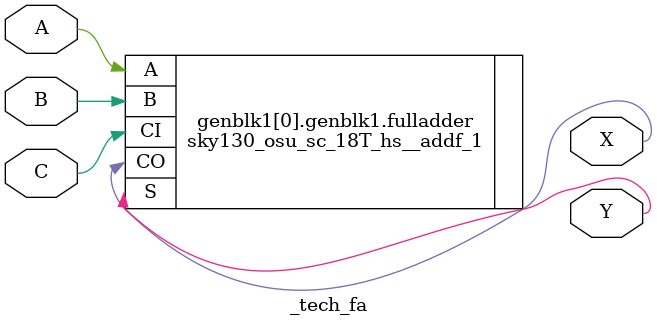
<source format=v>

(* techmap_celltype = "$fa" *)
module _tech_fa (A, B, C, X, Y);
  parameter WIDTH = 1;
  (* force_downto *)
    input [WIDTH-1 : 0] A, B, C;
  (* force_downto *)
    output [WIDTH-1 : 0] X, Y;
  
  parameter _TECHMAP_CONSTVAL_A_ = WIDTH'bx;
  parameter _TECHMAP_CONSTVAL_B_ = WIDTH'bx;
  parameter _TECHMAP_CONSTVAL_C_ = WIDTH'bx;
  
  genvar i;
  generate for (i = 0; i < WIDTH; i = i + 1) begin
      if (_TECHMAP_CONSTVAL_A_[i] === 1'b0 || _TECHMAP_CONSTVAL_B_[i] === 1'b0 || _TECHMAP_CONSTVAL_C_[i] === 1'b0) begin
        if (_TECHMAP_CONSTVAL_C_[i] === 1'b0) begin
          sky130_osu_sc_18T_hs__addh_1 halfadder_Cconst (
              .A(A[i]),
              .B(B[i]),
              .CO(X[i]), .S(Y[i])
            );
        end 
        else begin
          if (_TECHMAP_CONSTVAL_B_[i] === 1'b0) begin
            sky130_osu_sc_18T_hs__addh_1 halfadder_Bconst (
                .A(A[i]),
                .B(C[i]),
                .CO(X[i]), .S(Y[i])
              );
          end
          else begin
            sky130_osu_sc_18T_hs__addh_1 halfadder_Aconst (
                .A(B[i]),
                .B(C[i]),
                .CO(X[i]), .S(Y[i])
              );
          end
        end
      end
      else begin
        sky130_osu_sc_18T_hs__addf_1 fulladder (
            .A(A[i]), .B(B[i]), .CI(C[i]), .CO(X[i]), .S(Y[i])
          );
      end
    end endgenerate

endmodule

</source>
